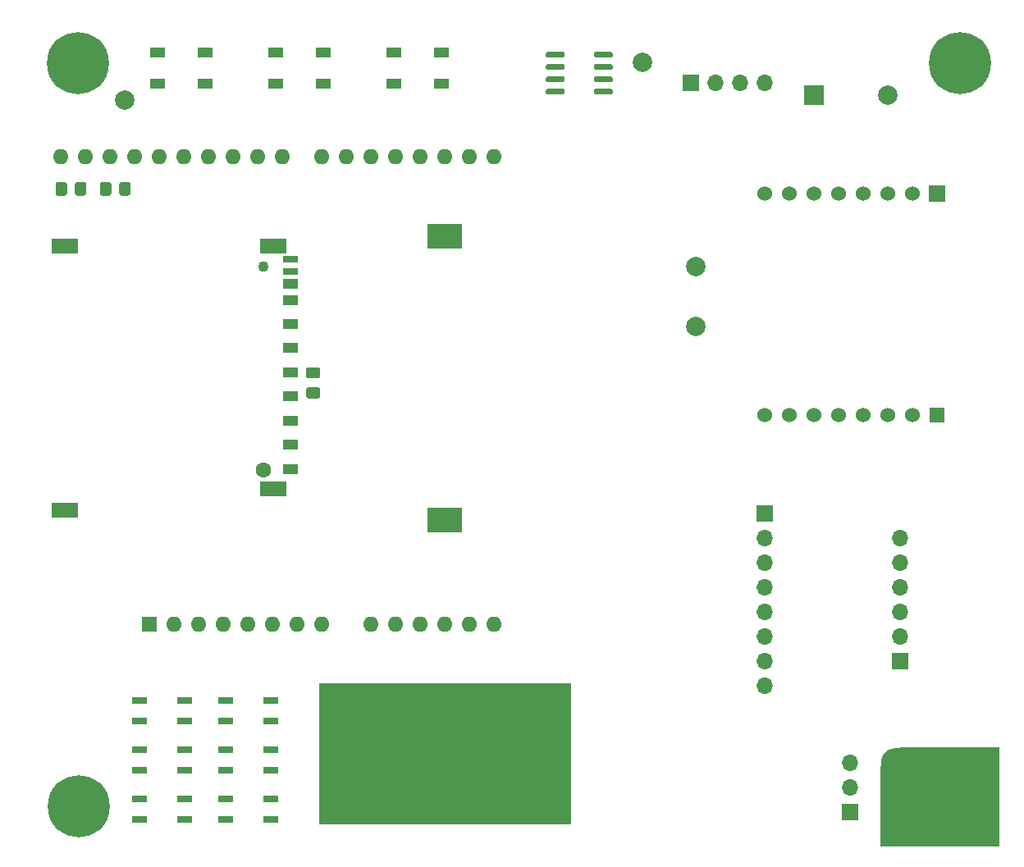
<source format=gbr>
%TF.GenerationSoftware,KiCad,Pcbnew,5.1.12-1.fc34*%
%TF.CreationDate,2021-12-13T19:31:17+01:00*%
%TF.ProjectId,fdrm05-devboard,6664726d-3035-42d6-9465-76626f617264,1*%
%TF.SameCoordinates,Original*%
%TF.FileFunction,Soldermask,Top*%
%TF.FilePolarity,Negative*%
%FSLAX46Y46*%
G04 Gerber Fmt 4.6, Leading zero omitted, Abs format (unit mm)*
G04 Created by KiCad (PCBNEW 5.1.12-1.fc34) date 2021-12-13 19:31:17*
%MOMM*%
%LPD*%
G01*
G04 APERTURE LIST*
%ADD10C,0.100000*%
%ADD11R,1.524000X1.524000*%
%ADD12C,1.524000*%
%ADD13R,1.676400X1.676400*%
%ADD14O,1.700000X1.700000*%
%ADD15R,1.700000X1.700000*%
%ADD16O,1.600000X1.600000*%
%ADD17R,1.600000X1.600000*%
%ADD18R,1.550000X0.650000*%
%ADD19C,2.000000*%
%ADD20C,0.800000*%
%ADD21C,6.400000*%
%ADD22C,1.200000*%
%ADD23R,2.800000X1.500000*%
%ADD24C,1.100000*%
%ADD25C,1.600000*%
%ADD26R,1.500000X0.700000*%
%ADD27R,1.500000X1.000000*%
%ADD28R,2.000000X2.000000*%
%ADD29R,3.600000X2.600000*%
G04 APERTURE END LIST*
D10*
G36*
X203200000Y-144780000D02*
G01*
X191008000Y-144780000D01*
X191008000Y-137160000D01*
X191071500Y-135953500D01*
X191262000Y-135445500D01*
X191516000Y-135128000D01*
X191833500Y-134874000D01*
X192468500Y-134683500D01*
X193548000Y-134620000D01*
X203200000Y-134620000D01*
X203200000Y-144780000D01*
G37*
X203200000Y-144780000D02*
X191008000Y-144780000D01*
X191008000Y-137160000D01*
X191071500Y-135953500D01*
X191262000Y-135445500D01*
X191516000Y-135128000D01*
X191833500Y-134874000D01*
X192468500Y-134683500D01*
X193548000Y-134620000D01*
X203200000Y-134620000D01*
X203200000Y-144780000D01*
%TO.C,J2*%
G36*
X159004000Y-142494000D02*
G01*
X133096000Y-142494000D01*
X133096000Y-128016000D01*
X159004000Y-128016000D01*
X159004000Y-142494000D01*
G37*
X159004000Y-142494000D02*
X133096000Y-142494000D01*
X133096000Y-128016000D01*
X159004000Y-128016000D01*
X159004000Y-142494000D01*
%TD*%
D11*
%TO.C,CON1*%
X196850000Y-100330000D03*
D12*
X194310000Y-100330000D03*
X191770000Y-100330000D03*
X189230000Y-100330000D03*
X186690000Y-100330000D03*
X184150000Y-100330000D03*
X181610000Y-100330000D03*
X179070000Y-100330000D03*
X179070000Y-77470000D03*
X181610000Y-77470000D03*
X184150000Y-77470000D03*
X186690000Y-77470000D03*
X189230000Y-77470000D03*
X191770000Y-77470000D03*
X194310000Y-77470000D03*
D13*
X196850000Y-77470000D03*
%TD*%
D14*
%TO.C,J5*%
X179070000Y-66040000D03*
X176530000Y-66040000D03*
X173990000Y-66040000D03*
D15*
X171450000Y-66040000D03*
%TD*%
D16*
%TO.C,A1*%
X148590000Y-73660000D03*
X151130000Y-73660000D03*
X111510000Y-73660000D03*
X151130000Y-121920000D03*
X114050000Y-73660000D03*
X148590000Y-121920000D03*
X116590000Y-73660000D03*
X146050000Y-121920000D03*
X119130000Y-73660000D03*
X143510000Y-121920000D03*
X121670000Y-73660000D03*
X140970000Y-121920000D03*
X124210000Y-73660000D03*
X138430000Y-121920000D03*
X126750000Y-73660000D03*
X133350000Y-121920000D03*
X129290000Y-73660000D03*
X130810000Y-121920000D03*
X133350000Y-73660000D03*
X128270000Y-121920000D03*
X135890000Y-73660000D03*
X125730000Y-121920000D03*
X138430000Y-73660000D03*
X123190000Y-121920000D03*
X140970000Y-73660000D03*
X120650000Y-121920000D03*
X143510000Y-73660000D03*
X118110000Y-121920000D03*
X146050000Y-73660000D03*
D17*
X115570000Y-121920000D03*
D16*
X108970000Y-73660000D03*
X106430000Y-73660000D03*
%TD*%
D18*
%TO.C,SW5*%
X128055000Y-136965000D03*
X123405000Y-136965000D03*
X128055000Y-134815000D03*
X123405000Y-134815000D03*
%TD*%
%TO.C,SW6*%
X128055000Y-142045000D03*
X123405000Y-142045000D03*
X128055000Y-139895000D03*
X123405000Y-139895000D03*
%TD*%
%TO.C,SW4*%
X128055000Y-131885000D03*
X123405000Y-131885000D03*
X128055000Y-129735000D03*
X123405000Y-129735000D03*
%TD*%
%TO.C,SW3*%
X119165000Y-142045000D03*
X114515000Y-142045000D03*
X119165000Y-139895000D03*
X114515000Y-139895000D03*
%TD*%
%TO.C,SW2*%
X119165000Y-136965000D03*
X114515000Y-136965000D03*
X119165000Y-134815000D03*
X114515000Y-134815000D03*
%TD*%
%TO.C,SW1*%
X119165000Y-131885000D03*
X114515000Y-131885000D03*
X119165000Y-129735000D03*
X114515000Y-129735000D03*
%TD*%
D19*
%TO.C,TP5*%
X171932600Y-84975700D03*
%TD*%
%TO.C,TP4*%
X171932600Y-91198700D03*
%TD*%
%TO.C,TP3*%
X166395400Y-63881000D03*
%TD*%
%TO.C,TP2*%
X113030000Y-67818000D03*
%TD*%
D14*
%TO.C,J3*%
X192989200Y-113030000D03*
X192989200Y-115570000D03*
X192989200Y-118110000D03*
X192989200Y-120650000D03*
X192989200Y-123190000D03*
D15*
X192989200Y-125730000D03*
%TD*%
D20*
%TO.C,H4*%
X109926456Y-139018944D03*
X108229400Y-138316000D03*
X106532344Y-139018944D03*
X105829400Y-140716000D03*
X106532344Y-142413056D03*
X108229400Y-143116000D03*
X109926456Y-142413056D03*
X110629400Y-140716000D03*
D21*
X108229400Y-140716000D03*
%TD*%
D20*
%TO.C,H3*%
X200833356Y-139018944D03*
X199136300Y-138316000D03*
X197439244Y-139018944D03*
X196736300Y-140716000D03*
X197439244Y-142413056D03*
X199136300Y-143116000D03*
X200833356Y-142413056D03*
X201536300Y-140716000D03*
D21*
X199136300Y-140716000D03*
%TD*%
D20*
%TO.C,H2*%
X109901056Y-62310944D03*
X108204000Y-61608000D03*
X106506944Y-62310944D03*
X105804000Y-64008000D03*
X106506944Y-65705056D03*
X108204000Y-66408000D03*
X109901056Y-65705056D03*
X110604000Y-64008000D03*
D21*
X108204000Y-64008000D03*
%TD*%
D20*
%TO.C,H1*%
X200909256Y-62260144D03*
X199212200Y-61557200D03*
X197515144Y-62260144D03*
X196812200Y-63957200D03*
X197515144Y-65654256D03*
X199212200Y-66357200D03*
X200909256Y-65654256D03*
X201612200Y-63957200D03*
D21*
X199212200Y-63957200D03*
%TD*%
%TO.C,C6*%
G36*
G01*
X132910600Y-96539900D02*
X131960600Y-96539900D01*
G75*
G02*
X131710600Y-96289900I0J250000D01*
G01*
X131710600Y-95614900D01*
G75*
G02*
X131960600Y-95364900I250000J0D01*
G01*
X132910600Y-95364900D01*
G75*
G02*
X133160600Y-95614900I0J-250000D01*
G01*
X133160600Y-96289900D01*
G75*
G02*
X132910600Y-96539900I-250000J0D01*
G01*
G37*
G36*
G01*
X132910600Y-98614900D02*
X131960600Y-98614900D01*
G75*
G02*
X131710600Y-98364900I0J250000D01*
G01*
X131710600Y-97689900D01*
G75*
G02*
X131960600Y-97439900I250000J0D01*
G01*
X132910600Y-97439900D01*
G75*
G02*
X133160600Y-97689900I0J-250000D01*
G01*
X133160600Y-98364900D01*
G75*
G02*
X132910600Y-98614900I-250000J0D01*
G01*
G37*
%TD*%
%TO.C,U3*%
G36*
G01*
X158405700Y-66779000D02*
X158405700Y-67079000D01*
G75*
G02*
X158255700Y-67229000I-150000J0D01*
G01*
X156605700Y-67229000D01*
G75*
G02*
X156455700Y-67079000I0J150000D01*
G01*
X156455700Y-66779000D01*
G75*
G02*
X156605700Y-66629000I150000J0D01*
G01*
X158255700Y-66629000D01*
G75*
G02*
X158405700Y-66779000I0J-150000D01*
G01*
G37*
G36*
G01*
X158405700Y-65509000D02*
X158405700Y-65809000D01*
G75*
G02*
X158255700Y-65959000I-150000J0D01*
G01*
X156605700Y-65959000D01*
G75*
G02*
X156455700Y-65809000I0J150000D01*
G01*
X156455700Y-65509000D01*
G75*
G02*
X156605700Y-65359000I150000J0D01*
G01*
X158255700Y-65359000D01*
G75*
G02*
X158405700Y-65509000I0J-150000D01*
G01*
G37*
G36*
G01*
X158405700Y-64239000D02*
X158405700Y-64539000D01*
G75*
G02*
X158255700Y-64689000I-150000J0D01*
G01*
X156605700Y-64689000D01*
G75*
G02*
X156455700Y-64539000I0J150000D01*
G01*
X156455700Y-64239000D01*
G75*
G02*
X156605700Y-64089000I150000J0D01*
G01*
X158255700Y-64089000D01*
G75*
G02*
X158405700Y-64239000I0J-150000D01*
G01*
G37*
G36*
G01*
X158405700Y-62969000D02*
X158405700Y-63269000D01*
G75*
G02*
X158255700Y-63419000I-150000J0D01*
G01*
X156605700Y-63419000D01*
G75*
G02*
X156455700Y-63269000I0J150000D01*
G01*
X156455700Y-62969000D01*
G75*
G02*
X156605700Y-62819000I150000J0D01*
G01*
X158255700Y-62819000D01*
G75*
G02*
X158405700Y-62969000I0J-150000D01*
G01*
G37*
G36*
G01*
X163355700Y-62969000D02*
X163355700Y-63269000D01*
G75*
G02*
X163205700Y-63419000I-150000J0D01*
G01*
X161555700Y-63419000D01*
G75*
G02*
X161405700Y-63269000I0J150000D01*
G01*
X161405700Y-62969000D01*
G75*
G02*
X161555700Y-62819000I150000J0D01*
G01*
X163205700Y-62819000D01*
G75*
G02*
X163355700Y-62969000I0J-150000D01*
G01*
G37*
G36*
G01*
X163355700Y-64239000D02*
X163355700Y-64539000D01*
G75*
G02*
X163205700Y-64689000I-150000J0D01*
G01*
X161555700Y-64689000D01*
G75*
G02*
X161405700Y-64539000I0J150000D01*
G01*
X161405700Y-64239000D01*
G75*
G02*
X161555700Y-64089000I150000J0D01*
G01*
X163205700Y-64089000D01*
G75*
G02*
X163355700Y-64239000I0J-150000D01*
G01*
G37*
G36*
G01*
X163355700Y-65509000D02*
X163355700Y-65809000D01*
G75*
G02*
X163205700Y-65959000I-150000J0D01*
G01*
X161555700Y-65959000D01*
G75*
G02*
X161405700Y-65809000I0J150000D01*
G01*
X161405700Y-65509000D01*
G75*
G02*
X161555700Y-65359000I150000J0D01*
G01*
X163205700Y-65359000D01*
G75*
G02*
X163355700Y-65509000I0J-150000D01*
G01*
G37*
G36*
G01*
X163355700Y-66779000D02*
X163355700Y-67079000D01*
G75*
G02*
X163205700Y-67229000I-150000J0D01*
G01*
X161555700Y-67229000D01*
G75*
G02*
X161405700Y-67079000I0J150000D01*
G01*
X161405700Y-66779000D01*
G75*
G02*
X161555700Y-66629000I150000J0D01*
G01*
X163205700Y-66629000D01*
G75*
G02*
X163355700Y-66779000I0J-150000D01*
G01*
G37*
%TD*%
%TO.C,R17*%
G36*
G01*
X112414000Y-77412001D02*
X112414000Y-76511999D01*
G75*
G02*
X112663999Y-76262000I249999J0D01*
G01*
X113364001Y-76262000D01*
G75*
G02*
X113614000Y-76511999I0J-249999D01*
G01*
X113614000Y-77412001D01*
G75*
G02*
X113364001Y-77662000I-249999J0D01*
G01*
X112663999Y-77662000D01*
G75*
G02*
X112414000Y-77412001I0J249999D01*
G01*
G37*
G36*
G01*
X110414000Y-77412001D02*
X110414000Y-76511999D01*
G75*
G02*
X110663999Y-76262000I249999J0D01*
G01*
X111364001Y-76262000D01*
G75*
G02*
X111614000Y-76511999I0J-249999D01*
G01*
X111614000Y-77412001D01*
G75*
G02*
X111364001Y-77662000I-249999J0D01*
G01*
X110663999Y-77662000D01*
G75*
G02*
X110414000Y-77412001I0J249999D01*
G01*
G37*
%TD*%
%TO.C,R16*%
G36*
G01*
X107042000Y-76511999D02*
X107042000Y-77412001D01*
G75*
G02*
X106792001Y-77662000I-249999J0D01*
G01*
X106091999Y-77662000D01*
G75*
G02*
X105842000Y-77412001I0J249999D01*
G01*
X105842000Y-76511999D01*
G75*
G02*
X106091999Y-76262000I249999J0D01*
G01*
X106792001Y-76262000D01*
G75*
G02*
X107042000Y-76511999I0J-249999D01*
G01*
G37*
G36*
G01*
X109042000Y-76511999D02*
X109042000Y-77412001D01*
G75*
G02*
X108792001Y-77662000I-249999J0D01*
G01*
X108091999Y-77662000D01*
G75*
G02*
X107842000Y-77412001I0J249999D01*
G01*
X107842000Y-76511999D01*
G75*
G02*
X108091999Y-76262000I249999J0D01*
G01*
X108792001Y-76262000D01*
G75*
G02*
X109042000Y-76511999I0J-249999D01*
G01*
G37*
%TD*%
D14*
%TO.C,LCD1*%
X179070000Y-128270000D03*
X179070000Y-125730000D03*
X179070000Y-123190000D03*
X179070000Y-120650000D03*
X179070000Y-118110000D03*
X179070000Y-115570000D03*
X179070000Y-113030000D03*
D15*
X179070000Y-110490000D03*
%TD*%
D14*
%TO.C,J4*%
X187858400Y-136220200D03*
X187858400Y-138760200D03*
D15*
X187858400Y-141300200D03*
%TD*%
D22*
%TO.C,J2*%
X158115000Y-135890000D03*
X152400000Y-134620000D03*
X146050000Y-134620000D03*
X139700000Y-134620000D03*
X133985000Y-135890000D03*
X155575000Y-128905000D03*
X149225000Y-128905000D03*
X142875000Y-128905000D03*
X136525000Y-128905000D03*
%TD*%
D23*
%TO.C,J1*%
X128285000Y-82870000D03*
X106785000Y-82870000D03*
X106785000Y-110170000D03*
X128285000Y-107970000D03*
D24*
X127285000Y-85020000D03*
D25*
X127285000Y-106020000D03*
D26*
X130085000Y-84265000D03*
X130085000Y-85465000D03*
D27*
X130085000Y-105895000D03*
X130085000Y-86765000D03*
X130085000Y-88465000D03*
X130085000Y-90895000D03*
X130085000Y-93395000D03*
X130085000Y-95895000D03*
X130085000Y-98395000D03*
X130085000Y-100895000D03*
X130085000Y-103395000D03*
%TD*%
%TO.C,D3*%
X116422000Y-62916000D03*
X116422000Y-66116000D03*
X121322000Y-62916000D03*
X121322000Y-66116000D03*
%TD*%
%TO.C,D2*%
X128614000Y-62916000D03*
X128614000Y-66116000D03*
X133514000Y-62916000D03*
X133514000Y-66116000D03*
%TD*%
%TO.C,D1*%
X140806000Y-62916000D03*
X140806000Y-66116000D03*
X145706000Y-62916000D03*
X145706000Y-66116000D03*
%TD*%
D19*
%TO.C,BZ1*%
X191750000Y-67310000D03*
D28*
X184150000Y-67310000D03*
%TD*%
D29*
%TO.C,BT1*%
X146050000Y-81870000D03*
X146050000Y-111170000D03*
%TD*%
M02*

</source>
